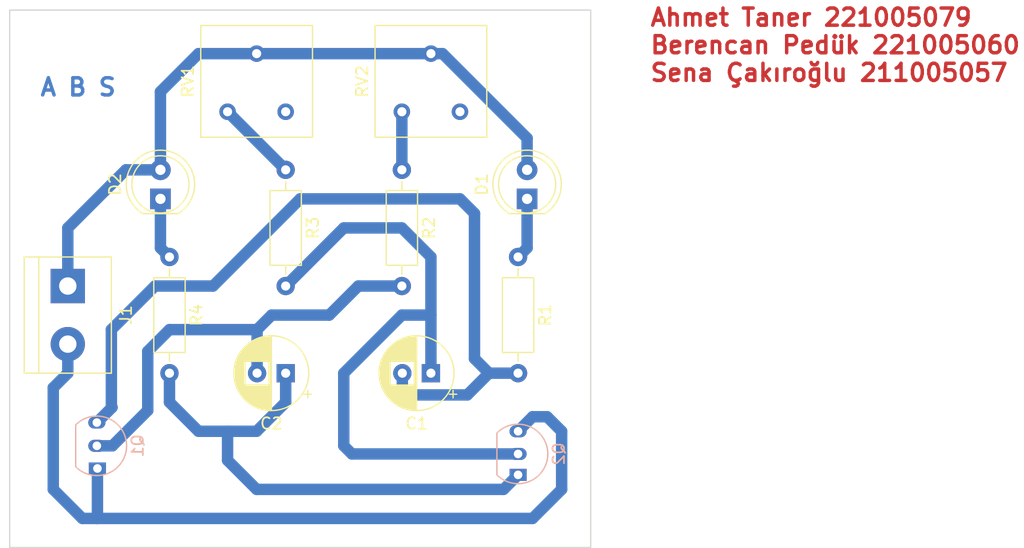
<source format=kicad_pcb>
(kicad_pcb (version 20221018) (generator pcbnew)
  (layers (0 "F.Cu" signal) (31 "B.Cu" signal) (34 "B.Paste" user) (35 "F.Paste" user) (36 "B.SilkS" user "B.Silkscreen") (37 "F.SilkS" user "F.Silkscreen") (38 "B.Mask" user) (39 "F.Mask" user) (44 "Edge.Cuts" user))
  (net 0 "")
  (net 1 "Net-(Q2-B)")
  (net 2 "Net-(Q1-E)")
  (net 3 "Net-(Q2-C)")
  (net 4 "Net-(Q1-B)")
  (net 5 "Net-(D1-K)")
  (net 6 "+9V")
  (net 7 "Net-(D2-K)")
  (net 8 "GND")
  (net 9 "Net-(R2-Pad1)")
  (net 10 "Net-(R3-Pad1)")
  (footprint "Capacitor_THT:CP_Radial_D6.3mm_P2.50mm" (layer "F.Cu") (at 144.78 106.68 180)
    (fp_text reference "C2" (at 1.25 -4.4) (layer "F.SilkS"))
    (fp_text value "10u")
    (fp_line (start -2.250241 -1.839) (end -1.620241 -1.839) (stroke (width 0.12)) (layer "F.SilkS"))
    (fp_line (start -1.935241 -2.154) (end -1.935241 -1.524) (stroke (width 0.12)) (layer "F.SilkS"))
    (fp_line (start 1.25 -3.23) (end 1.25 3.23) (stroke (width 0.12)) (layer "F.SilkS"))
    (fp_line (start 1.29 -3.23) (end 1.29 3.23) (stroke (width 0.12)) (layer "F.SilkS"))
    (fp_line (start 1.33 -3.23) (end 1.33 3.23) (stroke (width 0.12)) (layer "F.SilkS"))
    (fp_line (start 1.37 -3.228) (end 1.37 3.228) (stroke (width 0.12)) (layer "F.SilkS"))
    (fp_line (start 1.41 -3.227) (end 1.41 3.227) (stroke (width 0.12)) (layer "F.SilkS"))
    (fp_line (start 1.45 -3.224) (end 1.45 3.224) (stroke (width 0.12)) (layer "F.SilkS"))
    (fp_line (start 1.49 -3.222) (end 1.49 -1.04) (stroke (width 0.12)) (layer "F.SilkS"))
    (fp_line (start 1.49 1.04) (end 1.49 3.222) (stroke (width 0.12)) (layer "F.SilkS"))
    (fp_line (start 1.53 -3.218) (end 1.53 -1.04) (stroke (width 0.12)) (layer "F.SilkS"))
    (fp_line (start 1.53 1.04) (end 1.53 3.218) (stroke (width 0.12)) (layer "F.SilkS"))
    (fp_line (start 1.57 -3.215) (end 1.57 -1.04) (stroke (width 0.12)) (layer "F.SilkS"))
    (fp_line (start 1.57 1.04) (end 1.57 3.215) (stroke (width 0.12)) (layer "F.SilkS"))
    (fp_line (start 1.61 -3.211) (end 1.61 -1.04) (stroke (width 0.12)) (layer "F.SilkS"))
    (fp_line (start 1.61 1.04) (end 1.61 3.211) (stroke (width 0.12)) (layer "F.SilkS"))
    (fp_line (start 1.65 -3.206) (end 1.65 -1.04) (stroke (width 0.12)) (layer "F.SilkS"))
    (fp_line (start 1.65 1.04) (end 1.65 3.206) (stroke (width 0.12)) (layer "F.SilkS"))
    (fp_line (start 1.69 -3.201) (end 1.69 -1.04) (stroke (width 0.12)) (layer "F.SilkS"))
    (fp_line (start 1.69 1.04) (end 1.69 3.201) (stroke (width 0.12)) (layer "F.SilkS"))
    (fp_line (start 1.73 -3.195) (end 1.73 -1.04) (stroke (width 0.12)) (layer "F.SilkS"))
    (fp_line (start 1.73 1.04) (end 1.73 3.195) (stroke (width 0.12)) (layer "F.SilkS"))
    (fp_line (start 1.77 -3.189) (end 1.77 -1.04) (stroke (width 0.12)) (layer "F.SilkS"))
    (fp_line (start 1.77 1.04) (end 1.77 3.189) (stroke (width 0.12)) (layer "F.SilkS"))
    (fp_line (start 1.81 -3.182) (end 1.81 -1.04) (stroke (width 0.12)) (layer "F.SilkS"))
    (fp_line (start 1.81 1.04) (end 1.81 3.182) (stroke (width 0.12)) (layer "F.SilkS"))
    (fp_line (start 1.85 -3.175) (end 1.85 -1.04) (stroke (width 0.12)) (layer "F.SilkS"))
    (fp_line (start 1.85 1.04) (end 1.85 3.175) (stroke (width 0.12)) (layer "F.SilkS"))
    (fp_line (start 1.89 -3.167) (end 1.89 -1.04) (stroke (width 0.12)) (layer "F.SilkS"))
    (fp_line (start 1.89 1.04) (end 1.89 3.167) (stroke (width 0.12)) (layer "F.SilkS"))
    (fp_line (start 1.93 -3.159) (end 1.93 -1.04) (stroke (width 0.12)) (layer "F.SilkS"))
    (fp_line (start 1.93 1.04) (end 1.93 3.159) (stroke (width 0.12)) (layer "F.SilkS"))
    (fp_line (start 1.971 -3.15) (end 1.971 -1.04) (stroke (width 0.12)) (layer "F.SilkS"))
    (fp_line (start 1.971 1.04) (end 1.971 3.15) (stroke (width 0.12)) (layer "F.SilkS"))
    (fp_line (start 2.011 -3.141) (end 2.011 -1.04) (stroke (width 0.12)) (layer "F.SilkS"))
    (fp_line (start 2.011 1.04) (end 2.011 3.141) (stroke (width 0.12)) (layer "F.SilkS"))
    (fp_line (start 2.051 -3.131) (end 2.051 -1.04) (stroke (width 0.12)) (layer "F.SilkS"))
    (fp_line (start 2.051 1.04) (end 2.051 3.131) (stroke (width 0.12)) (layer "F.SilkS"))
    (fp_line (start 2.091 -3.121) (end 2.091 -1.04) (stroke (width 0.12)) (layer "F.SilkS"))
    (fp_line (start 2.091 1.04) (end 2.091 3.121) (stroke (width 0.12)) (layer "F.SilkS"))
    (fp_line (start 2.131 -3.11) (end 2.131 -1.04) (stroke (width 0.12)) (layer "F.SilkS"))
    (fp_line (start 2.131 1.04) (end 2.131 3.11) (stroke (width 0.12)) (layer "F.SilkS"))
    (fp_line (start 2.171 -3.098) (end 2.171 -1.04) (stroke (width 0.12)) (layer "F.SilkS"))
    (fp_line (start 2.171 1.04) (end 2.171 3.098) (stroke (width 0.12)) (layer "F.SilkS"))
    (fp_line (start 2.211 -3.086) (end 2.211 -1.04) (stroke (width 0.12)) (layer "F.SilkS"))
    (fp_line (start 2.211 1.04) (end 2.211 3.086) (stroke (width 0.12)) (layer "F.SilkS"))
    (fp_line (start 2.251 -3.074) (end 2.251 -1.04) (stroke (width 0.12)) (layer "F.SilkS"))
    (fp_line (start 2.251 1.04) (end 2.251 3.074) (stroke (width 0.12)) (layer "F.SilkS"))
    (fp_line (start 2.291 -3.061) (end 2.291 -1.04) (stroke (width 0.12)) (layer "F.SilkS"))
    (fp_line (start 2.291 1.04) (end 2.291 3.061) (stroke (width 0.12)) (layer "F.SilkS"))
    (fp_line (start 2.331 -3.047) (end 2.331 -1.04) (stroke (width 0.12)) (layer "F.SilkS"))
    (fp_line (start 2.331 1.04) (end 2.331 3.047) (stroke (width 0.12)) (layer "F.SilkS"))
    (fp_line (start 2.371 -3.033) (end 2.371 -1.04) (stroke (width 0.12)) (layer "F.SilkS"))
    (fp_line (start 2.371 1.04) (end 2.371 3.033) (stroke (width 0.12)) (layer "F.SilkS"))
    (fp_line (start 2.411 -3.018) (end 2.411 -1.04) (stroke (width 0.12)) (layer "F.SilkS"))
    (fp_line (start 2.411 1.04) (end 2.411 3.018) (stroke (width 0.12)) (layer "F.SilkS"))
    (fp_line (start 2.451 -3.002) (end 2.451 -1.04) (stroke (width 0.12)) (layer "F.SilkS"))
    (fp_line (start 2.451 1.04) (end 2.451 3.002) (stroke (width 0.12)) (layer "F.SilkS"))
    (fp_line (start 2.491 -2.986) (end 2.491 -1.04) (stroke (width 0.12)) (layer "F.SilkS"))
    (fp_line (start 2.491 1.04) (end 2.491 2.986) (stroke (width 0.12)) (layer "F.SilkS"))
    (fp_line (start 2.531 -2.97) (end 2.531 -1.04) (stroke (width 0.12)) (layer "F.SilkS"))
    (fp_line (start 2.531 1.04) (end 2.531 2.97) (stroke (width 0.12)) (layer "F.SilkS"))
    (fp_line (start 2.571 -2.952) (end 2.571 -1.04) (stroke (width 0.12)) (layer "F.SilkS"))
    (fp_line (start 2.571 1.04) (end 2.571 2.952) (stroke (width 0.12)) (layer "F.SilkS"))
    (fp_line (start 2.611 -2.934) (end 2.611 -1.04) (stroke (width 0.12)) (layer "F.SilkS"))
    (fp_line (start 2.611 1.04) (end 2.611 2.934) (stroke (width 0.12)) (layer "F.SilkS"))
    (fp_line (start 2.651 -2.916) (end 2.651 -1.04) (stroke (width 0.12)) (layer "F.SilkS"))
    (fp_line (start 2.651 1.04) (end 2.651 2.916) (stroke (width 0.12)) (layer "F.SilkS"))
    (fp_line (start 2.691 -2.896) (end 2.691 -1.04) (stroke (width 0.12)) (layer "F.SilkS"))
    (fp_line (start 2.691 1.04) (end 2.691 2.896) (stroke (width 0.12)) (layer "F.SilkS"))
    (fp_line (start 2.731 -2.876) (end 2.731 -1.04) (stroke (width 0.12)) (layer "F.SilkS"))
    (fp_line (start 2.731 1.04) (end 2.731 2.876) (stroke (width 0.12)) (layer "F.SilkS"))
    (fp_line (start 2.771 -2.856) (end 2.771 -1.04) (stroke (width 0.12)) (layer "F.SilkS"))
    (fp_line (start 2.771 1.04) (end 2.771 2.856) (stroke (width 0.12)) (layer "F.SilkS"))
    (fp_line (start 2.811 -2.834) (end 2.811 -1.04) (stroke (width 0.12)) (layer "F.SilkS"))
    (fp_line (start 2.811 1.04) (end 2.811 2.834) (stroke (width 0.12)) (layer "F.SilkS"))
    (fp_line (start 2.851 -2.812) (end 2.851 -1.04) (stroke (width 0.12)) (layer "F.SilkS"))
    (fp_line (start 2.851 1.04) (end 2.851 2.812) (stroke (width 0.12)) (layer "F.SilkS"))
    (fp_line (start 2.891 -2.79) (end 2.891 -1.04) (stroke (width 0.12)) (layer "F.SilkS"))
    (fp_line (start 2.891 1.04) (end 2.891 2.79) (stroke (width 0.12)) (layer "F.SilkS"))
    (fp_line (start 2.931 -2.766) (end 2.931 -1.04) (stroke (width 0.12)) (layer "F.SilkS"))
    (fp_line (start 2.931 1.04) (end 2.931 2.766) (stroke (width 0.12)) (layer "F.SilkS"))
    (fp_line (start 2.971 -2.742) (end 2.971 -1.04) (stroke (width 0.12)) (layer "F.SilkS"))
    (fp_line (start 2.971 1.04) (end 2.971 2.742) (stroke (width 0.12)) (layer "F.SilkS"))
    (fp_line (start 3.011 -2.716) (end 3.011 -1.04) (stroke (width 0.12)) (layer "F.SilkS"))
    (fp_line (start 3.011 1.04) (end 3.011 2.716) (stroke (width 0.12)) (layer "F.SilkS"))
    (fp_line (start 3.051 -2.69) (end 3.051 -1.04) (stroke (width 0.12)) (layer "F.SilkS"))
    (fp_line (start 3.051 1.04) (end 3.051 2.69) (stroke (width 0.12)) (layer "F.SilkS"))
    (fp_line (start 3.091 -2.664) (end 3.091 -1.04) (stroke (width 0.12)) (layer "F.SilkS"))
    (fp_line (start 3.091 1.04) (end 3.091 2.664) (stroke (width 0.12)) (layer "F.SilkS"))
    (fp_line (start 3.131 -2.636) (end 3.131 -1.04) (stroke (width 0.12)) (layer "F.SilkS"))
    (fp_line (start 3.131 1.04) (end 3.131 2.636) (stroke (width 0.12)) (layer "F.SilkS"))
    (fp_line (start 3.171 -2.607) (end 3.171 -1.04) (stroke (width 0.12)) (layer "F.SilkS"))
    (fp_line (start 3.171 1.04) (end 3.171 2.607) (stroke (width 0.12)) (layer "F.SilkS"))
    (fp_line (start 3.211 -2.578) (end 3.211 -1.04) (stroke (width 0.12)) (layer "F.SilkS"))
    (fp_line (start 3.211 1.04) (end 3.211 2.578) (stroke (width 0.12)) (layer "F.SilkS"))
    (fp_line (start 3.251 -2.548) (end 3.251 -1.04) (stroke (width 0.12)) (layer "F.SilkS"))
    (fp_line (start 3.251 1.04) (end 3.251 2.548) (stroke (width 0.12)) (layer "F.SilkS"))
    (fp_line (start 3.291 -2.516) (end 3.291 -1.04) (stroke (width 0.12)) (layer "F.SilkS"))
    (fp_line (start 3.291 1.04) (end 3.291 2.516) (stroke (width 0.12)) (layer "F.SilkS"))
    (fp_line (start 3.331 -2.484) (end 3.331 -1.04) (stroke (width 0.12)) (layer "F.SilkS"))
    (fp_line (start 3.331 1.04) (end 3.331 2.484) (stroke (width 0.12)) (layer "F.SilkS"))
    (fp_line (start 3.371 -2.45) (end 3.371 -1.04) (stroke (width 0.12)) (layer "F.SilkS"))
    (fp_line (start 3.371 1.04) (end 3.371 2.45) (stroke (width 0.12)) (layer "F.SilkS"))
    (fp_line (start 3.411 -2.416) (end 3.411 -1.04) (stroke (width 0.12)) (layer "F.SilkS"))
    (fp_line (start 3.411 1.04) (end 3.411 2.416) (stroke (width 0.12)) (layer "F.SilkS"))
    (fp_line (start 3.451 -2.38) (end 3.451 -1.04) (stroke (width 0.12)) (layer "F.SilkS"))
    (fp_line (start 3.451 1.04) (end 3.451 2.38) (stroke (width 0.12)) (layer "F.SilkS"))
    (fp_line (start 3.491 -2.343) (end 3.491 -1.04) (stroke (width 0.12)) (layer "F.SilkS"))
    (fp_line (start 3.491 1.04) (end 3.491 2.343) (stroke (width 0.12)) (layer "F.SilkS"))
    (fp_line (start 3.531 -2.305) (end 3.531 -1.04) (stroke (width 0.12)) (layer "F.SilkS"))
    (fp_line (start 3.531 1.04) (end 3.531 2.305) (stroke (width 0.12)) (layer "F.SilkS"))
    (fp_line (start 3.571 -2.265) (end 3.571 2.265) (stroke (width 0.12)) (layer "F.SilkS"))
    (fp_line (start 3.611 -2.224) (end 3.611 2.224) (stroke (width 0.12)) (layer "F.SilkS"))
    (fp_line (start 3.651 -2.182) (end 3.651 2.182) (stroke (width 0.12)) (layer "F.SilkS"))
    (fp_line (start 3.691 -2.137) (end 3.691 2.137) (stroke (width 0.12)) (layer "F.SilkS"))
    (fp_line (start 3.731 -2.092) (end 3.731 2.092) (stroke (width 0.12)) (layer "F.SilkS"))
    (fp_line (start 3.771 -2.044) (end 3.771 2.044) (stroke (width 0.12)) (layer "F.SilkS"))
    (fp_line (start 3.811 -1.995) (end 3.811 1.995) (stroke (width 0.12)) (layer "F.SilkS"))
    (fp_line (start 3.851 -1.944) (end 3.851 1.944) (stroke (width 0.12)) (layer "F.SilkS"))
    (fp_line (start 3.891 -1.89) (end 3.891 1.89) (stroke (width 0.12)) (layer "F.SilkS"))
    (fp_line (start 3.931 -1.834) (end 3.931 1.834) (stroke (width 0.12)) (layer "F.SilkS"))
    (fp_line (start 3.971 -1.776) (end 3.971 1.776) (stroke (width 0.12)) (layer "F.SilkS"))
    (fp_line (start 4.011 -1.714) (end 4.011 1.714) (stroke (width 0.12)) (layer "F.SilkS"))
    (fp_line (start 4.051 -1.65) (end 4.051 1.65) (stroke (width 0.12)) (layer "F.SilkS"))
    (fp_line (start 4.091 -1.581) (end 4.091 1.581) (stroke (width 0.12)) (layer "F.SilkS"))
    (fp_line (start 4.131 -1.509) (end 4.131 1.509) (stroke (width 0.12)) (layer "F.SilkS"))
    (fp_line (start 4.171 -1.432) (end 4.171 1.432) (stroke (width 0.12)) (layer "F.SilkS"))
    (fp_line (start 4.211 -1.35) (end 4.211 1.35) (stroke (width 0.12)) (layer "F.SilkS"))
    (fp_line (start 4.251 -1.262) (end 4.251 1.262) (stroke (width 0.12)) (layer "F.SilkS"))
    (fp_line (start 4.291 -1.165) (end 4.291 1.165) (stroke (width 0.12)) (layer "F.SilkS"))
    (fp_line (start 4.331 -1.059) (end 4.331 1.059) (stroke (width 0.12)) (layer "F.SilkS"))
    (fp_line (start 4.371 -0.94) (end 4.371 0.94) (stroke (width 0.12)) (layer "F.SilkS"))
    (fp_line (start 4.411 -0.802) (end 4.411 0.802) (stroke (width 0.12)) (layer "F.SilkS"))
    (fp_line (start 4.451 -0.633) (end 4.451 0.633) (stroke (width 0.12)) (layer "F.SilkS"))
    (fp_line (start 4.491 -0.402) (end 4.491 0.402) (stroke (width 0.12)) (layer "F.SilkS"))
    (fp_circle (center 1.25 0) (end 4.52 0) (stroke (width 0.12)) (fill none) (layer "F.SilkS"))
    (pad "1" thru_hole rect (at 0 0 180) (size 1.6 1.6) (drill 0.8) (layers "*.Cu" "*.Mask") (net 3 "Net-(Q2-C)"))
    (pad "2" thru_hole circle (at 2.5 0 180) (size 1.6 1.6) (drill 0.8) (layers "*.Cu" "*.Mask") (net 4 "Net-(Q1-B)"))
  )
  (footprint "Resistor_THT:R_Axial_DIN0207_L6.3mm_D2.5mm_P10.16mm_Horizontal" (layer "F.Cu") (at 134.62 96.52 -90)
    (fp_text reference "R4" (at 5.08 -2.37 90) (layer "F.SilkS"))
    (fp_text value "1K")
    (fp_line (start 1.04 0) (end 1.81 0) (stroke (width 0.12)) (layer "F.SilkS"))
    (fp_line (start 1.81 -1.37) (end 1.81 1.37) (stroke (width 0.12)) (layer "F.SilkS"))
    (fp_line (start 1.81 1.37) (end 8.35 1.37) (stroke (width 0.12)) (layer "F.SilkS"))
    (fp_line (start 8.35 -1.37) (end 1.81 -1.37) (stroke (width 0.12)) (layer "F.SilkS"))
    (fp_line (start 8.35 1.37) (end 8.35 -1.37) (stroke (width 0.12)) (layer "F.SilkS"))
    (fp_line (start 9.12 0) (end 8.35 0) (stroke (width 0.12)) (layer "F.SilkS"))
    (pad "1" thru_hole circle (at 0 0 270) (size 1.6 1.6) (drill 0.8) (layers "*.Cu" "*.Mask") (net 7 "Net-(D2-K)"))
    (pad "2" thru_hole oval (at 10.16 0 270) (size 1.6 1.6) (drill 0.8) (layers "*.Cu" "*.Mask") (net 3 "Net-(Q2-C)"))
  )
  (footprint "Resistor_THT:R_Axial_DIN0207_L6.3mm_D2.5mm_P10.16mm_Horizontal" (layer "F.Cu") (at 165.1 96.52 -90)
    (fp_text reference "R1" (at 5.08 -2.37 90) (layer "F.SilkS"))
    (fp_text value "1K")
    (fp_line (start 1.04 0) (end 1.81 0) (stroke (width 0.12)) (layer "F.SilkS"))
    (fp_line (start 1.81 -1.37) (end 1.81 1.37) (stroke (width 0.12)) (layer "F.SilkS"))
    (fp_line (start 1.81 1.37) (end 8.35 1.37) (stroke (width 0.12)) (layer "F.SilkS"))
    (fp_line (start 8.35 -1.37) (end 1.81 -1.37) (stroke (width 0.12)) (layer "F.SilkS"))
    (fp_line (start 8.35 1.37) (end 8.35 -1.37) (stroke (width 0.12)) (layer "F.SilkS"))
    (fp_line (start 9.12 0) (end 8.35 0) (stroke (width 0.12)) (layer "F.SilkS"))
    (pad "1" thru_hole circle (at 0 0 270) (size 1.6 1.6) (drill 0.8) (layers "*.Cu" "*.Mask") (net 5 "Net-(D1-K)"))
    (pad "2" thru_hole oval (at 10.16 0 270) (size 1.6 1.6) (drill 0.8) (layers "*.Cu" "*.Mask") (net 2 "Net-(Q1-E)"))
  )
  (footprint "Resistor_THT:R_Axial_DIN0207_L6.3mm_D2.5mm_P10.16mm_Horizontal" (layer "F.Cu") (at 154.94 88.9 -90)
    (fp_text reference "R2" (at 5.08 -2.37 90) (layer "F.SilkS"))
    (fp_text value "10K")
    (fp_line (start 1.04 0) (end 1.81 0) (stroke (width 0.12)) (layer "F.SilkS"))
    (fp_line (start 1.81 -1.37) (end 1.81 1.37) (stroke (width 0.12)) (layer "F.SilkS"))
    (fp_line (start 1.81 1.37) (end 8.35 1.37) (stroke (width 0.12)) (layer "F.SilkS"))
    (fp_line (start 8.35 -1.37) (end 1.81 -1.37) (stroke (width 0.12)) (layer "F.SilkS"))
    (fp_line (start 8.35 1.37) (end 8.35 -1.37) (stroke (width 0.12)) (layer "F.SilkS"))
    (fp_line (start 9.12 0) (end 8.35 0) (stroke (width 0.12)) (layer "F.SilkS"))
    (pad "1" thru_hole circle (at 0 0 270) (size 1.6 1.6) (drill 0.8) (layers "*.Cu" "*.Mask") (net 9 "Net-(R2-Pad1)"))
    (pad "2" thru_hole oval (at 10.16 0 270) (size 1.6 1.6) (drill 0.8) (layers "*.Cu" "*.Mask") (net 4 "Net-(Q1-B)"))
  )
  (footprint "Potentiometer_THT:Potentiometer_Bourns_3386F_Vertical" (layer "F.Cu") (at 160.02 83.82 90)
    (fp_text reference "RV2" (at 2.655 -8.555 90) (layer "F.SilkS"))
    (fp_text value "220K")
    (fp_line (start -2.23 -7.425) (end -2.23 2.345) (stroke (width 0.12)) (layer "F.SilkS"))
    (fp_line (start -2.23 -7.425) (end 7.54 -7.425) (stroke (width 0.12)) (layer "F.SilkS"))
    (fp_line (start -2.23 2.345) (end 7.54 2.345) (stroke (width 0.12)) (layer "F.SilkS"))
    (fp_line (start 7.54 -7.425) (end 7.54 2.345) (stroke (width 0.12)) (layer "F.SilkS"))
    (pad "1" thru_hole circle (at 0 0 90) (size 1.44 1.44) (drill 0.8) (layers "*.Cu" "*.Mask"))
    (pad "2" thru_hole circle (at 5.08 -2.54 90) (size 1.44 1.44) (drill 0.8) (layers "*.Cu" "*.Mask") (net 6 "+9V"))
    (pad "3" thru_hole circle (at 0 -5.08 90) (size 1.44 1.44) (drill 0.8) (layers "*.Cu" "*.Mask") (net 9 "Net-(R2-Pad1)"))
  )
  (footprint "Potentiometer_THT:Potentiometer_Bourns_3386F_Vertical" (layer "F.Cu") (at 144.78 83.82 90)
    (fp_text reference "RV1" (at 2.655 -8.555 90) (layer "F.SilkS"))
    (fp_text value "220K")
    (fp_line (start -2.23 -7.425) (end -2.23 2.345) (stroke (width 0.12)) (layer "F.SilkS"))
    (fp_line (start -2.23 -7.425) (end 7.54 -7.425) (stroke (width 0.12)) (layer "F.SilkS"))
    (fp_line (start -2.23 2.345) (end 7.54 2.345) (stroke (width 0.12)) (layer "F.SilkS"))
    (fp_line (start 7.54 -7.425) (end 7.54 2.345) (stroke (width 0.12)) (layer "F.SilkS"))
    (pad "1" thru_hole circle (at 0 0 90) (size 1.44 1.44) (drill 0.8) (layers "*.Cu" "*.Mask"))
    (pad "2" thru_hole circle (at 5.08 -2.54 90) (size 1.44 1.44) (drill 0.8) (layers "*.Cu" "*.Mask") (net 6 "+9V"))
    (pad "3" thru_hole circle (at 0 -5.08 90) (size 1.44 1.44) (drill 0.8) (layers "*.Cu" "*.Mask") (net 10 "Net-(R3-Pad1)"))
  )
  (footprint "LED_THT:LED_D5.0mm" (layer "F.Cu") (at 165.89 91.44 90)
    (fp_text reference "D1" (at 1.27 -3.96 90) (layer "F.SilkS"))
    (fp_text value "LED")
    (fp_line (start -1.29 -1.545) (end -1.29 1.545) (stroke (width 0.12)) (layer "F.SilkS"))
    (fp_arc (start -1.29 -1.54483) (mid 2.072002 -2.880433) (end 4.26 0.000462) (stroke (width 0.12)) (layer "F.SilkS"))
    (fp_arc (start 4.26 -0.000462) (mid 2.072002 2.880433) (end -1.29 1.54483) (stroke (width 0.12)) (layer "F.SilkS"))
    (fp_circle (center 1.27 0) (end 3.77 0) (stroke (width 0.12)) (fill none) (layer "F.SilkS"))
    (pad "1" thru_hole rect (at 0 0 90) (size 1.8 1.8) (drill 0.9) (layers "*.Cu" "*.Mask") (net 5 "Net-(D1-K)"))
    (pad "2" thru_hole circle (at 2.54 0 90) (size 1.8 1.8) (drill 0.9) (layers "*.Cu" "*.Mask") (net 6 "+9V"))
  )
  (footprint "TerminalBlock:TerminalBlock_bornier-2_P5.08mm" (layer "F.Cu") (at 125.73 99.06 -90)
    (fp_text reference "J1" (at 2.54 -5.08 90) (layer "F.SilkS"))
    (fp_text value "Conn_01x02")
    (fp_line (start -2.54 -3.81) (end -2.54 3.81) (stroke (width 0.12)) (layer "F.SilkS"))
    (fp_line (start -2.54 3.81) (end 7.62 3.81) (stroke (width 0.12)) (layer "F.SilkS"))
    (fp_line (start 7.62 -3.81) (end -2.54 -3.81) (stroke (width 0.12)) (layer "F.SilkS"))
    (fp_line (start 7.62 2.54) (end -2.54 2.54) (stroke (width 0.12)) (layer "F.SilkS"))
    (fp_line (start 7.62 3.81) (end 7.62 -3.81) (stroke (width 0.12)) (layer "F.SilkS"))
    (pad "1" thru_hole rect (at 0 0 270) (size 3 3) (drill 1.52) (layers "*.Cu" "*.Mask") (net 6 "+9V"))
    (pad "2" thru_hole circle (at 5.08 0 270) (size 3 3) (drill 1.52) (layers "*.Cu" "*.Mask") (net 8 "GND"))
  )
  (footprint "Resistor_THT:R_Axial_DIN0207_L6.3mm_D2.5mm_P10.16mm_Horizontal" (layer "F.Cu") (at 144.78 88.9 -90)
    (fp_text reference "R3" (at 5.08 -2.37 90) (layer "F.SilkS"))
    (fp_text value "10K")
    (fp_line (start 1.04 0) (end 1.81 0) (stroke (width 0.12)) (layer "F.SilkS"))
    (fp_line (start 1.81 -1.37) (end 1.81 1.37) (stroke (width 0.12)) (layer "F.SilkS"))
    (fp_line (start 1.81 1.37) (end 8.35 1.37) (stroke (width 0.12)) (layer "F.SilkS"))
    (fp_line (start 8.35 -1.37) (end 1.81 -1.37) (stroke (width 0.12)) (layer "F.SilkS"))
    (fp_line (start 8.35 1.37) (end 8.35 -1.37) (stroke (width 0.12)) (layer "F.SilkS"))
    (fp_line (start 9.12 0) (end 8.35 0) (stroke (width 0.12)) (layer "F.SilkS"))
    (pad "1" thru_hole circle (at 0 0 270) (size 1.6 1.6) (drill 0.8) (layers "*.Cu" "*.Mask") (net 10 "Net-(R3-Pad1)"))
    (pad "2" thru_hole oval (at 10.16 0 270) (size 1.6 1.6) (drill 0.8) (layers "*.Cu" "*.Mask") (net 1 "Net-(Q2-B)"))
  )
  (footprint "LED_THT:LED_D5.0mm" (layer "F.Cu") (at 133.83 91.44 90)
    (fp_text reference "D2" (at 1.27 -3.96 90) (layer "F.SilkS"))
    (fp_text value "LED")
    (fp_line (start -1.29 -1.545) (end -1.29 1.545) (stroke (width 0.12)) (layer "F.SilkS"))
    (fp_arc (start -1.29 -1.54483) (mid 2.072002 -2.880433) (end 4.26 0.000462) (stroke (width 0.12)) (layer "F.SilkS"))
    (fp_arc (start 4.26 -0.000462) (mid 2.072002 2.880433) (end -1.29 1.54483) (stroke (width 0.12)) (layer "F.SilkS"))
    (fp_circle (center 1.27 0) (end 3.77 0) (stroke (width 0.12)) (fill none) (layer "F.SilkS"))
    (pad "1" thru_hole rect (at 0 0 90) (size 1.8 1.8) (drill 0.9) (layers "*.Cu" "*.Mask") (net 7 "Net-(D2-K)"))
    (pad "2" thru_hole circle (at 2.54 0 90) (size 1.8 1.8) (drill 0.9) (layers "*.Cu" "*.Mask") (net 6 "+9V"))
  )
  (footprint "Capacitor_THT:CP_Radial_D6.3mm_P2.50mm" (layer "F.Cu") (at 157.48 106.68 180)
    (fp_text reference "C1" (at 1.25 -4.4) (layer "F.SilkS"))
    (fp_text value "10u")
    (fp_line (start -2.250241 -1.839) (end -1.620241 -1.839) (stroke (width 0.12)) (layer "F.SilkS"))
    (fp_line (start -1.935241 -2.154) (end -1.935241 -1.524) (stroke (width 0.12)) (layer "F.SilkS"))
    (fp_line (start 1.25 -3.23) (end 1.25 3.23) (stroke (width 0.12)) (layer "F.SilkS"))
    (fp_line (start 1.29 -3.23) (end 1.29 3.23) (stroke (width 0.12)) (layer "F.SilkS"))
    (fp_line (start 1.33 -3.23) (end 1.33 3.23) (stroke (width 0.12)) (layer "F.SilkS"))
    (fp_line (start 1.37 -3.228) (end 1.37 3.228) (stroke (width 0.12)) (layer "F.SilkS"))
    (fp_line (start 1.41 -3.227) (end 1.41 3.227) (stroke (width 0.12)) (layer "F.SilkS"))
    (fp_line (start 1.45 -3.224) (end 1.45 3.224) (stroke (width 0.12)) (layer "F.SilkS"))
    (fp_line (start 1.49 -3.222) (end 1.49 -1.04) (stroke (width 0.12)) (layer "F.SilkS"))
    (fp_line (start 1.49 1.04) (end 1.49 3.222) (stroke (width 0.12)) (layer "F.SilkS"))
    (fp_line (start 1.53 -3.218) (end 1.53 -1.04) (stroke (width 0.12)) (layer "F.SilkS"))
    (fp_line (start 1.53 1.04) (end 1.53 3.218) (stroke (width 0.12)) (layer "F.SilkS"))
    (fp_line (start 1.57 -3.215) (end 1.57 -1.04) (stroke (width 0.12)) (layer "F.SilkS"))
    (fp_line (start 1.57 1.04) (end 1.57 3.215) (stroke (width 0.12)) (layer "F.SilkS"))
    (fp_line (start 1.61 -3.211) (end 1.61 -1.04) (stroke (width 0.12)) (layer "F.SilkS"))
    (fp_line (start 1.61 1.04) (end 1.61 3.211) (stroke (width 0.12)) (layer "F.SilkS"))
    (fp_line (start 1.65 -3.206) (end 1.65 -1.04) (stroke (width 0.12)) (layer "F.SilkS"))
    (fp_line (start 1.65 1.04) (end 1.65 3.206) (stroke (width 0.12)) (layer "F.SilkS"))
    (fp_line (start 1.69 -3.201) (end 1.69 -1.04) (stroke (width 0.12)) (layer "F.SilkS"))
    (fp_line (start 1.69 1.04) (end 1.69 3.201) (stroke (width 0.12)) (layer "F.SilkS"))
    (fp_line (start 1.73 -3.195) (end 1.73 -1.04) (stroke (width 0.12)) (layer "F.SilkS"))
    (fp_line (start 1.73 1.04) (end 1.73 3.195) (stroke (width 0.12)) (layer "F.SilkS"))
    (fp_line (start 1.77 -3.189) (end 1.77 -1.04) (stroke (width 0.12)) (layer "F.SilkS"))
    (fp_line (start 1.77 1.04) (end 1.77 3.189) (stroke (width 0.12)) (layer "F.SilkS"))
    (fp_line (start 1.81 -3.182) (end 1.81 -1.04) (stroke (width 0.12)) (layer "F.SilkS"))
    (fp_line (start 1.81 1.04) (end 1.81 3.182) (stroke (width 0.12)) (layer "F.SilkS"))
    (fp_line (start 1.85 -3.175) (end 1.85 -1.04) (stroke (width 0.12)) (layer "F.SilkS"))
    (fp_line (start 1.85 1.04) (end 1.85 3.175) (stroke (width 0.12)) (layer "F.SilkS"))
    (fp_line (start 1.89 -3.167) (end 1.89 -1.04) (stroke (width 0.12)) (layer "F.SilkS"))
    (fp_line (start 1.89 1.04) (end 1.89 3.167) (stroke (width 0.12)) (layer "F.SilkS"))
    (fp_line (start 1.93 -3.159) (end 1.93 -1.04) (stroke (width 0.12)) (layer "F.SilkS"))
    (fp_line (start 1.93 1.04) (end 1.93 3.159) (stroke (width 0.12)) (layer "F.SilkS"))
    (fp_line (start 1.971 -3.15) (end 1.971 -1.04) (stroke (width 0.12)) (layer "F.SilkS"))
    (fp_line (start 1.971 1.04) (end 1.971 3.15) (stroke (width 0.12)) (layer "F.SilkS"))
    (fp_line (start 2.011 -3.141) (end 2.011 -1.04) (stroke (width 0.12)) (layer "F.SilkS"))
    (fp_line (start 2.011 1.04) (end 2.011 3.141) (stroke (width 0.12)) (layer "F.SilkS"))
    (fp_line (start 2.051 -3.131) (end 2.051 -1.04) (stroke (width 0.12)) (layer "F.SilkS"))
    (fp_line (start 2.051 1.04) (end 2.051 3.131) (stroke (width 0.12)) (layer "F.SilkS"))
    (fp_line (start 2.091 -3.121) (end 2.091 -1.04) (stroke (width 0.12)) (layer "F.SilkS"))
    (fp_line (start 2.091 1.04) (end 2.091 3.121) (stroke (width 0.12)) (layer "F.SilkS"))
    (fp_line (start 2.131 -3.11) (end 2.131 -1.04) (stroke (width 0.12)) (layer "F.SilkS"))
    (fp_line (start 2.131 1.04) (end 2.131 3.11) (stroke (width 0.12)) (layer "F.SilkS"))
    (fp_line (start 2.171 -3.098) (end 2.171 -1.04) (stroke (width 0.12)) (layer "F.SilkS"))
    (fp_line (start 2.171 1.04) (end 2.171 3.098) (stroke (width 0.12)) (layer "F.SilkS"))
    (fp_line (start 2.211 -3.086) (end 2.211 -1.04) (stroke (width 0.12)) (layer "F.SilkS"))
    (fp_line (start 2.211 1.04) (end 2.211 3.086) (stroke (width 0.12)) (layer "F.SilkS"))
    (fp_line (start 2.251 -3.074) (end 2.251 -1.04) (stroke (width 0.12)) (layer "F.SilkS"))
    (fp_line (start 2.251 1.04) (end 2.251 3.074) (stroke (width 0.12)) (layer "F.SilkS"))
    (fp_line (start 2.291 -3.061) (end 2.291 -1.04) (stroke (width 0.12)) (layer "F.SilkS"))
    (fp_line (start 2.291 1.04) (end 2.291 3.061) (stroke (width 0.12)) (layer "F.SilkS"))
    (fp_line (start 2.331 -3.047) (end 2.331 -1.04) (stroke (width 0.12)) (layer "F.SilkS"))
    (fp_line (start 2.331 1.04) (end 2.331 3.047) (stroke (width 0.12)) (layer "F.SilkS"))
    (fp_line (start 2.371 -3.033) (end 2.371 -1.04) (stroke (width 0.12)) (layer "F.SilkS"))
    (fp_line (start 2.371 1.04) (end 2.371 3.033) (stroke (width 0.12)) (layer "F.SilkS"))
    (fp_line (start 2.411 -3.018) (end 2.411 -1.04) (stroke (width 0.12)) (layer "F.SilkS"))
    (fp_line (start 2.411 1.04) (end 2.411 3.018) (stroke (width 0.12)) (layer "F.SilkS"))
    (fp_line (start 2.451 -3.002) (end 2.451 -1.04) (stroke (width 0.12)) (layer "F.SilkS"))
    (fp_line (start 2.451 1.04) (end 2.451 3.002) (stroke (width 0.12)) (layer "F.SilkS"))
    (fp_line (start 2.491 -2.986) (end 2.491 -1.04) (stroke (width 0.12)) (layer "F.SilkS"))
    (fp_line (start 2.491 1.04) (end 2.491 2.986) (stroke (width 0.12)) (layer "F.SilkS"))
    (fp_line (start 2.531 -2.97) (end 2.531 -1.04) (stroke (width 0.12)) (layer "F.SilkS"))
    (fp_line (start 2.531 1.04) (end 2.531 2.97) (stroke (width 0.12)) (layer "F.SilkS"))
    (fp_line (start 2.571 -2.952) (end 2.571 -1.04) (stroke (width 0.12)) (layer "F.SilkS"))
    (fp_line (start 2.571 1.04) (end 2.571 2.952) (stroke (width 0.12)) (layer "F.SilkS"))
    (fp_line (start 2.611 -2.934) (end 2.611 -1.04) (stroke (width 0.12)) (layer "F.SilkS"))
    (fp_line (start 2.611 1.04) (end 2.611 2.934) (stroke (width 0.12)) (layer "F.SilkS"))
    (fp_line (start 2.651 -2.916) (end 2.651 -1.04) (stroke (width 0.12)) (layer "F.SilkS"))
    (fp_line (start 2.651 1.04) (end 2.651 2.916) (stroke (width 0.12)) (layer "F.SilkS"))
    (fp_line (start 2.691 -2.896) (end 2.691 -1.04) (stroke (width 0.12)) (layer "F.SilkS"))
    (fp_line (start 2.691 1.04) (end 2.691 2.896) (stroke (width 0.12)) (layer "F.SilkS"))
    (fp_line (start 2.731 -2.876) (end 2.731 -1.04) (stroke (width 0.12)) (layer "F.SilkS"))
    (fp_line (start 2.731 1.04) (end 2.731 2.876) (stroke (width 0.12)) (layer "F.SilkS"))
    (fp_line (start 2.771 -2.856) (end 2.771 -1.04) (stroke (width 0.12)) (layer "F.SilkS"))
    (fp_line (start 2.771 1.04) (end 2.771 2.856) (stroke (width 0.12)) (layer "F.SilkS"))
    (fp_line (start 2.811 -2.834) (end 2.811 -1.04) (stroke (width 0.12)) (layer "F.SilkS"))
    (fp_line (start 2.811 1.04) (end 2.811 2.834) (stroke (width 0.12)) (layer "F.SilkS"))
    (fp_line (start 2.851 -2.812) (end 2.851 -1.04) (stroke (width 0.12)) (layer "F.SilkS"))
    (fp_line (start 2.851 1.04) (end 2.851 2.812) (stroke (width 0.12)) (layer "F.SilkS"))
    (fp_line (start 2.891 -2.79) (end 2.891 -1.04) (stroke (width 0.12)) (layer "F.SilkS"))
    (fp_line (start 2.891 1.04) (end 2.891 2.79) (stroke (width 0.12)) (layer "F.SilkS"))
    (fp_line (start 2.931 -2.766) (end 2.931 -1.04) (stroke (width 0.12)) (layer "F.SilkS"))
    (fp_line (start 2.931 1.04) (end 2.931 2.766) (stroke (width 0.12)) (layer "F.SilkS"))
    (fp_line (start 2.971 -2.742) (end 2.971 -1.04) (stroke (width 0.12)) (layer "F.SilkS"))
    (fp_line (start 2.971 1.04) (end 2.971 2.742) (stroke (width 0.12)) (layer "F.SilkS"))
    (fp_line (start 3.011 -2.716) (end 3.011 -1.04) (stroke (width 0.12)) (layer "F.SilkS"))
    (fp_line (start 3.011 1.04) (end 3.011 2.716) (stroke (width 0.12)) (layer "F.SilkS"))
    (fp_line (start 3.051 -2.69) (end 3.051 -1.04) (stroke (width 0.12)) (layer "F.SilkS"))
    (fp_line (start 3.051 1.04) (end 3.051 2.69) (stroke (width 0.12)) (layer "F.SilkS"))
    (fp_line (start 3.091 -2.664) (end 3.091 -1.04) (stroke (width 0.12)) (layer "F.SilkS"))
    (fp_line (start 3.091 1.04) (end 3.091 2.664) (stroke (width 0.12)) (layer "F.SilkS"))
    (fp_line (start 3.131 -2.636) (end 3.131 -1.04) (stroke (width 0.12)) (layer "F.SilkS"))
    (fp_line (start 3.131 1.04) (end 3.131 2.636) (stroke (width 0.12)) (layer "F.SilkS"))
    (fp_line (start 3.171 -2.607) (end 3.171 -1.04) (stroke (width 0.12)) (layer "F.SilkS"))
    (fp_line (start 3.171 1.04) (end 3.171 2.607) (stroke (width 0.12)) (layer "F.SilkS"))
    (fp_line (start 3.211 -2.578) (end 3.211 -1.04) (stroke (width 0.12)) (layer "F.SilkS"))
    (fp_line (start 3.211 1.04) (end 3.211 2.578) (stroke (width 0.12)) (layer "F.SilkS"))
    (fp_line (start 3.251 -2.548) (end 3.251 -1.04) (stroke (width 0.12)) (layer "F.SilkS"))
    (fp_line (start 3.251 1.04) (end 3.251 2.548) (stroke (width 0.12)) (layer "F.SilkS"))
    (fp_line (start 3.291 -2.516) (end 3.291 -1.04) (stroke (width 0.12)) (layer "F.SilkS"))
    (fp_line (start 3.291 1.04) (end 3.291 2.516) (stroke (width 0.12)) (layer "F.SilkS"))
    (fp_line (start 3.331 -2.484) (end 3.331 -1.04) (stroke (width 0.12)) (layer "F.SilkS"))
    (fp_line (start 3.331 1.04) (end 3.331 2.484) (stroke (width 0.12)) (layer "F.SilkS"))
    (fp_line (start 3.371 -2.45) (end 3.371 -1.04) (stroke (width 0.12)) (layer "F.SilkS"))
    (fp_line (start 3.371 1.04) (end 3.371 2.45) (stroke (width 0.12)) (layer "F.SilkS"))
    (fp_line (start 3.411 -2.416) (end 3.411 -1.04) (stroke (width 0.12)) (layer "F.SilkS"))
    (fp_line (start 3.411 1.04) (end 3.411 2.416) (stroke (width 0.12)) (layer "F.SilkS"))
    (fp_line (start 3.451 -2.38) (end 3.451 -1.04) (stroke (width 0.12)) (layer "F.SilkS"))
    (fp_line (start 3.451 1.04) (end 3.451 2.38) (stroke (width 0.12)) (layer "F.SilkS"))
    (fp_line (start 3.491 -2.343) (end 3.491 -1.04) (stroke (width 0.12)) (layer "F.SilkS"))
    (fp_line (start 3.491 1.04) (end 3.491 2.343) (stroke (width 0.12)) (layer "F.SilkS"))
    (fp_line (start 3.531 -2.305) (end 3.531 -1.04) (stroke (width 0.12)) (layer "F.SilkS"))
    (fp_line (start 3.531 1.04) (end 3.531 2.305) (stroke (width 0.12)) (layer "F.SilkS"))
    (fp_line (start 3.571 -2.265) (end 3.571 2.265) (stroke (width 0.12)) (layer "F.SilkS"))
    (fp_line (start 3.611 -2.224) (end 3.611 2.224) (stroke (width 0.12)) (layer "F.SilkS"))
    (fp_line (start 3.651 -2.182) (end 3.651 2.182) (stroke (width 0.12)) (layer "F.SilkS"))
    (fp_line (start 3.691 -2.137) (end 3.691 2.137) (stroke (width 0.12)) (layer "F.SilkS"))
    (fp_line (start 3.731 -2.092) (end 3.731 2.092) (stroke (width 0.12)) (layer "F.SilkS"))
    (fp_line (start 3.771 -2.044) (end 3.771 2.044) (stroke (width 0.12)) (layer "F.SilkS"))
    (fp_line (start 3.811 -1.995) (end 3.811 1.995) (stroke (width 0.12)) (layer "F.SilkS"))
    (fp_line (start 3.851 -1.944) (end 3.851 1.944) (stroke (width 0.12)) (layer "F.SilkS"))
    (fp_line (start 3.891 -1.89) (end 3.891 1.89) (stroke (width 0.12)) (layer "F.SilkS"))
    (fp_line (start 3.931 -1.834) (end 3.931 1.834) (stroke (width 0.12)) (layer "F.SilkS"))
    (fp_line (start 3.971 -1.776) (end 3.971 1.776) (stroke (width 0.12)) (layer "F.SilkS"))
    (fp_line (start 4.011 -1.714) (end 4.011 1.714) (stroke (width 0.12)) (layer "F.SilkS"))
    (fp_line (start 4.051 -1.65) (end 4.051 1.65) (stroke (width 0.12)) (layer "F.SilkS"))
    (fp_line (start 4.091 -1.581) (end 4.091 1.581) (stroke (width 0.12)) (layer "F.SilkS"))
    (fp_line (start 4.131 -1.509) (end 4.131 1.509) (stroke (width 0.12)) (layer "F.SilkS"))
    (fp_line (start 4.171 -1.432) (end 4.171 1.432) (stroke (width 0.12)) (layer "F.SilkS"))
    (fp_line (start 4.211 -1.35) (end 4.211 1.35) (stroke (width 0.12)) (layer "F.SilkS"))
    (fp_line (start 4.251 -1.262) (end 4.251 1.262) (stroke (width 0.12)) (layer "F.SilkS"))
    (fp_line (start 4.291 -1.165) (end 4.291 1.165) (stroke (width 0.12)) (layer "F.SilkS"))
    (fp_line (start 4.331 -1.059) (end 4.331 1.059) (stroke (width 0.12)) (layer "F.SilkS"))
    (fp_line (start 4.371 -0.94) (end 4.371 0.94) (stroke (width 0.12)) (layer "F.SilkS"))
    (fp_line (start 4.411 -0.802) (end 4.411 0.802) (stroke (width 0.12)) (layer "F.SilkS"))
    (fp_line (start 4.451 -0.633) (end 4.451 0.633) (stroke (width 0.12)) (layer "F.SilkS"))
    (fp_line (start 4.491 -0.402) (end 4.491 0.402) (stroke (width 0.12)) (layer "F.SilkS"))
    (fp_circle (center 1.25 0) (end 4.52 0) (stroke (width 0.12)) (fill none) (layer "F.SilkS"))
    (pad "1" thru_hole rect (at 0 0 180) (size 1.6 1.6) (drill 0.8) (layers "*.Cu" "*.Mask") (net 1 "Net-(Q2-B)"))
    (pad "2" thru_hole circle (at 2.5 0 180) (size 1.6 1.6) (drill 0.8) (layers "*.Cu" "*.Mask") (net 2 "Net-(Q1-E)"))
  )
  (footprint "Package_TO_SOT_THT:TO-92_Inline" (layer "B.Cu") (at 128.27 114.3 90)
    (fp_text reference "Q1" (at 1.27 3.56 90) (layer "B.SilkS") (effects (justify mirror)))
    (fp_text value "BC547")
    (fp_line (start -0.53 -1.85) (end 3.07 -1.85) (stroke (width 0.12)) (layer "B.SilkS"))
    (fp_arc (start 1.27 2.6) (mid -1.132087 0.994977) (end -0.568478 -1.838478) (stroke (width 0.12)) (layer "B.SilkS"))
    (fp_arc (start 3.108478 -1.838478) (mid 3.672087 0.994977) (end 1.27 2.6) (stroke (width 0.12)) (layer "B.SilkS"))
    (pad "1" thru_hole rect (at -0.7112 0.0508 90) (size 1.05 1.5) (drill 0.75) (layers "*.Cu" "*.Mask") (net 8 "GND"))
    (pad "2" thru_hole oval (at 1.27 0 90) (size 1.05 1.5) (drill 0.75) (layers "*.Cu" "*.Mask") (net 4 "Net-(Q1-B)"))
    (pad "3" thru_hole oval (at 3.302 0 90) (size 1.05 1.5) (drill 0.75) (layers "*.Cu" "*.Mask") (net 2 "Net-(Q1-E)"))
  )
  (footprint "Package_TO_SOT_THT:TO-92_Inline" (layer "B.Cu") (at 165.1 115.0112 90)
    (fp_text reference "Q2" (at 1.27 3.56 90) (layer "B.SilkS") (effects (justify mirror)))
    (fp_text value "BC547")
    (fp_line (start -0.53 -1.85) (end 3.07 -1.85) (stroke (width 0.12)) (layer "B.SilkS"))
    (fp_arc (start 1.27 2.6) (mid -1.132087 0.994977) (end -0.568478 -1.838478) (stroke (width 0.12)) (layer "B.SilkS"))
    (fp_arc (start 3.108478 -1.838478) (mid 3.672087 0.994977) (end 1.27 2.6) (stroke (width 0.12)) (layer "B.SilkS"))
    (pad "1" thru_hole rect (at -0.5588 0 90) (size 1.05 1.5) (drill 0.75) (layers "*.Cu" "*.Mask") (net 3 "Net-(Q2-C)"))
    (pad "2" thru_hole oval (at 1.27 0 90) (size 1.05 1.5) (drill 0.75) (layers "*.Cu" "*.Mask") (net 1 "Net-(Q2-B)"))
    (pad "3" thru_hole oval (at 3.2512 0 90) (size 1.05 1.5) (drill 0.75) (layers "*.Cu" "*.Mask") (net 8 "GND"))
  )
  (gr_line (start 171.45 121.92) (end 120.65 121.92) (stroke (width 0.1)) (layer "Edge.Cuts"))
  (gr_line (start 120.65 121.92) (end 120.65 74.93) (stroke (width 0.1)) (layer "Edge.Cuts"))
  (gr_line (start 171.45 74.93) (end 120.65 74.93) (stroke (width 0.1)) (layer "Edge.Cuts"))
  (gr_line (start 171.45 74.93) (end 171.45 121.92) (stroke (width 0.1)) (layer "Edge.Cuts"))
  (gr_text "Ahmet Taner 221005079\nBerencan Pedük 221005060\nSena Çakıroğlu 211005057" (at 176.53 81.28) (layer "F.Cu") (effects (font (size 1.5 1.5) (thickness 0.3) bold) (justify left bottom)))
  (gr_text "A B S" (at 123.19 82.55) (layer "B.Cu") (effects (font (size 1.5 1.5) (thickness 0.3) bold) (justify left bottom)))
  (segment (start 154.94 101.6) (end 157.48 101.6) (width 1) (layer "B.Cu") (net 1))
  (segment (start 149.86 113.03) (end 149.86 106.68) (width 1) (layer "B.Cu") (net 1))
  (segment (start 149.86 106.68) (end 154.94 101.6) (width 1) (layer "B.Cu") (net 1))
  (segment (start 144.78 99.06) (end 149.86 93.98) (width 1) (layer "B.Cu") (net 1))
  (segment (start 157.48 96.52) (end 157.48 101.6) (width 1) (layer "B.Cu") (net 1))
  (segment (start 165.1 113.7412) (end 150.5712 113.7412) (width 1) (layer "B.Cu") (net 1))
  (segment (start 157.48 101.6) (end 157.48 106.68) (width 1) (layer "B.Cu") (net 1))
  (segment (start 149.86 93.98) (end 154.94 93.98) (width 1) (layer "B.Cu") (net 1))
  (segment (start 150.5712 113.7412) (end 149.86 113.03) (width 1) (layer "B.Cu") (net 1))
  (segment (start 154.94 93.98) (end 157.48 96.52) (width 1) (layer "B.Cu") (net 1))
  (segment (start 133.35 99.06) (end 138.43 99.06) (width 1) (layer "B.Cu") (net 2))
  (segment (start 129.54 102.87) (end 133.35 99.06) (width 1) (layer "B.Cu") (net 2))
  (segment (start 128.27 110.998) (end 129.6 109.668) (width 1) (layer "B.Cu") (net 2))
  (segment (start 154.98 107.98) (end 155.58 108.58) (width 1) (layer "B.Cu") (net 2))
  (segment (start 161.29 92.71) (end 161.29 105.41) (width 1) (layer "B.Cu") (net 2))
  (segment (start 162.56 106.68) (end 165.1 106.68) (width 1) (layer "B.Cu") (net 2))
  (segment (start 155.58 108.58) (end 160.66 108.58) (width 1) (layer "B.Cu") (net 2))
  (segment (start 160.02 91.44) (end 161.29 92.71) (width 1) (layer "B.Cu") (net 2))
  (segment (start 160.66 108.58) (end 162.56 106.68) (width 1) (layer "B.Cu") (net 2))
  (segment (start 138.43 99.06) (end 146.05 91.44) (width 1) (layer "B.Cu") (net 2))
  (segment (start 154.98 106.68) (end 154.98 107.98) (width 1) (layer "B.Cu") (net 2))
  (segment (start 161.29 105.41) (end 162.56 106.68) (width 1) (layer "B.Cu") (net 2))
  (segment (start 129.54 109.608) (end 129.54 102.87) (width 1) (layer "B.Cu") (net 2))
  (segment (start 129.6 109.668) (end 129.54 109.608) (width 1) (layer "B.Cu") (net 2))
  (segment (start 146.05 91.44) (end 160.02 91.44) (width 1) (layer "B.Cu") (net 2))
  (segment (start 134.62 109.22) (end 134.62 106.68) (width 1) (layer "B.Cu") (net 3))
  (segment (start 139.7 114.3) (end 139.7 111.76) (width 1) (layer "B.Cu") (net 3))
  (segment (start 163.83 116.84) (end 142.24 116.84) (width 1) (layer "B.Cu") (net 3))
  (segment (start 144.78 109.22) (end 142.24 111.76) (width 1) (layer "B.Cu") (net 3))
  (segment (start 142.24 116.84) (end 139.7 114.3) (width 1) (layer "B.Cu") (net 3))
  (segment (start 137.16 111.76) (end 134.62 109.22) (width 1) (layer "B.Cu") (net 3))
  (segment (start 144.78 106.68) (end 144.78 109.22) (width 1) (layer "B.Cu") (net 3))
  (segment (start 142.24 111.76) (end 139.7 111.76) (width 1) (layer "B.Cu") (net 3))
  (segment (start 139.7 111.76) (end 137.16 111.76) (width 1) (layer "B.Cu") (net 3))
  (segment (start 165.1 115.57) (end 163.83 116.84) (width 1) (layer "B.Cu") (net 3))
  (segment (start 148.59 101.6) (end 143.55 101.6) (width 1) (layer "B.Cu") (net 4))
  (segment (start 129.63 113.03) (end 132.72 109.94) (width 1) (layer "B.Cu") (net 4))
  (segment (start 132.72 109.94) (end 132.72 104.77) (width 1) (layer "B.Cu") (net 4))
  (segment (start 143.55 101.6) (end 142.28 102.87) (width 1) (layer "B.Cu") (net 4))
  (segment (start 132.72 104.77) (end 134.62 102.87) (width 1) (layer "B.Cu") (net 4))
  (segment (start 128.27 113.03) (end 129.63 113.03) (width 1) (layer "B.Cu") (net 4))
  (segment (start 154.94 99.06) (end 151.13 99.06) (width 1) (layer "B.Cu") (net 4))
  (segment (start 134.62 102.87) (end 142.28 102.87) (width 1) (layer "B.Cu") (net 4))
  (segment (start 142.28 102.87) (end 142.28 106.68) (width 1) (layer "B.Cu") (net 4))
  (segment (start 151.13 99.06) (end 148.59 101.6) (width 1) (layer "B.Cu") (net 4))
  (segment (start 165.89 95.73) (end 165.1 96.52) (width 1) (layer "B.Cu") (net 5))
  (segment (start 165.89 91.44) (end 165.89 95.73) (width 1) (layer "B.Cu") (net 5))
  (segment (start 142.24 78.74) (end 137.16 78.74) (width 1) (layer "B.Cu") (net 6))
  (segment (start 125.73 93.98) (end 130.81 88.9) (width 1) (layer "B.Cu") (net 6))
  (segment (start 165.89 86.131767) (end 165.89 88.9) (width 1) (layer "B.Cu") (net 6))
  (segment (start 130.81 88.9) (end 133.83 88.9) (width 1) (layer "B.Cu") (net 6))
  (segment (start 142.24 78.74) (end 157.48 78.74) (width 1) (layer "B.Cu") (net 6))
  (segment (start 137.16 78.74) (end 133.83 82.07) (width 1) (layer "B.Cu") (net 6))
  (segment (start 133.83 82.07) (end 133.83 88.9) (width 1) (layer "B.Cu") (net 6))
  (segment (start 158.498233 78.74) (end 165.89 86.131767) (width 1) (layer "B.Cu") (net 6))
  (segment (start 157.48 78.74) (end 158.498233 78.74) (width 1) (layer "B.Cu") (net 6))
  (segment (start 125.73 99.06) (end 125.73 93.98) (width 1) (layer "B.Cu") (net 6))
  (segment (start 133.83 91.44) (end 133.83 95.73) (width 1) (layer "B.Cu") (net 7))
  (segment (start 133.83 95.73) (end 134.62 96.52) (width 1) (layer "B.Cu") (net 7))
  (segment (start 124.46 107.95) (end 125.73 106.68) (width 1) (layer "B.Cu") (net 8))
  (segment (start 128.3208 119.3292) (end 128.27 119.38) (width 1) (layer "B.Cu") (net 8))
  (segment (start 168.91 116.84) (end 166.37 119.38) (width 1) (layer "B.Cu") (net 8))
  (segment (start 124.46 116.84) (end 124.46 107.95) (width 1) (layer "B.Cu") (net 8))
  (segment (start 124.46 116.84) (end 127 119.38) (width 1) (layer "B.Cu") (net 8))
  (segment (start 166.37 110.49) (end 167.64 110.49) (width 1) (layer "B.Cu") (net 8))
  (segment (start 125.73 106.68) (end 125.73 104.14) (width 1) (layer "B.Cu") (net 8))
  (segment (start 168.91 111.76) (end 168.91 116.84) (width 1) (layer "B.Cu") (net 8))
  (segment (start 166.37 119.38) (end 128.27 119.38) (width 1) (layer "B.Cu") (net 8))
  (segment (start 128.3208 115.0112) (end 128.3208 119.3292) (width 1) (layer "B.Cu") (net 8))
  (segment (start 167.64 110.49) (end 168.91 111.76) (width 1) (layer "B.Cu") (net 8))
  (segment (start 127 119.38) (end 128.27 119.38) (width 1) (layer "B.Cu") (net 8))
  (segment (start 165.1 111.76) (end 166.37 110.49) (width 1) (layer "B.Cu") (net 8))
  (segment (start 154.94 83.82) (end 154.94 88.9) (width 1) (layer "B.Cu") (net 9))
  (segment (start 139.7 83.82) (end 144.78 88.9) (width 1) (layer "B.Cu") (net 10))
)
</source>
